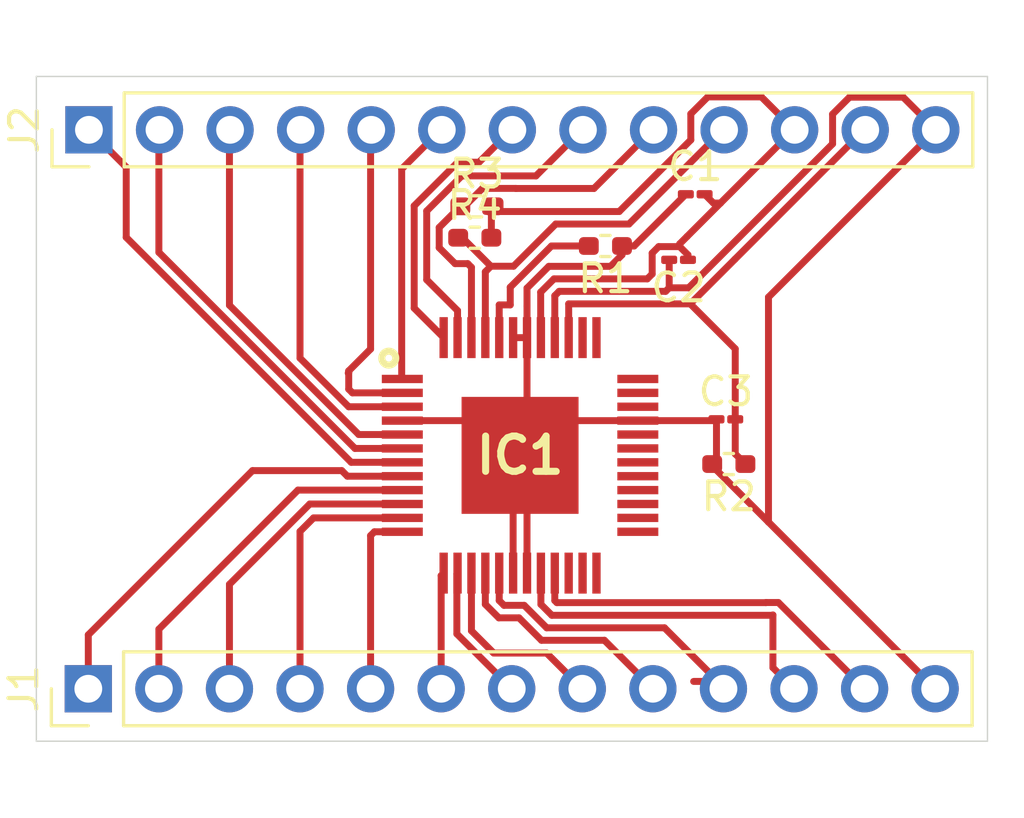
<source format=kicad_pcb>
(kicad_pcb (version 20171130) (host pcbnew 5.1.7-a382d34a88~90~ubuntu20.04.1)

  (general
    (thickness 1.6)
    (drawings 5)
    (tracks 189)
    (zones 0)
    (modules 10)
    (nets 43)
  )

  (page A4)
  (layers
    (0 F.Cu signal)
    (31 B.Cu signal)
    (32 B.Adhes user)
    (33 F.Adhes user)
    (34 B.Paste user)
    (35 F.Paste user)
    (36 B.SilkS user)
    (37 F.SilkS user)
    (38 B.Mask user)
    (39 F.Mask user)
    (40 Dwgs.User user)
    (41 Cmts.User user)
    (42 Eco1.User user)
    (43 Eco2.User user)
    (44 Edge.Cuts user)
    (45 Margin user)
    (46 B.CrtYd user)
    (47 F.CrtYd user)
    (48 B.Fab user)
    (49 F.Fab user)
  )

  (setup
    (last_trace_width 0.25)
    (user_trace_width 1)
    (trace_clearance 0.2)
    (zone_clearance 0.508)
    (zone_45_only no)
    (trace_min 0.2)
    (via_size 0.8)
    (via_drill 0.4)
    (via_min_size 0.4)
    (via_min_drill 0.3)
    (uvia_size 0.3)
    (uvia_drill 0.1)
    (uvias_allowed no)
    (uvia_min_size 0.2)
    (uvia_min_drill 0.1)
    (edge_width 0.05)
    (segment_width 0.2)
    (pcb_text_width 0.3)
    (pcb_text_size 1.5 1.5)
    (mod_edge_width 0.12)
    (mod_text_size 1 1)
    (mod_text_width 0.15)
    (pad_size 1.524 1.524)
    (pad_drill 0.762)
    (pad_to_mask_clearance 0)
    (aux_axis_origin 0 0)
    (visible_elements FFFFFF7F)
    (pcbplotparams
      (layerselection 0x010fc_ffffffff)
      (usegerberextensions false)
      (usegerberattributes true)
      (usegerberadvancedattributes true)
      (creategerberjobfile true)
      (excludeedgelayer true)
      (linewidth 0.100000)
      (plotframeref false)
      (viasonmask false)
      (mode 1)
      (useauxorigin false)
      (hpglpennumber 1)
      (hpglpenspeed 20)
      (hpglpendiameter 15.000000)
      (psnegative false)
      (psa4output false)
      (plotreference true)
      (plotvalue true)
      (plotinvisibletext false)
      (padsonsilk false)
      (subtractmaskfromsilk false)
      (outputformat 1)
      (mirror false)
      (drillshape 1)
      (scaleselection 1)
      (outputdirectory ""))
  )

  (net 0 "")
  (net 1 /VCC)
  (net 2 /OUT20)
  (net 3 /OUT19)
  (net 4 /OUT18)
  (net 5 /OUT17)
  (net 6 /OUT16)
  (net 7 /OUT15)
  (net 8 /OUT14)
  (net 9 /OUT13)
  (net 10 /OUT12)
  (net 11 /OUT11)
  (net 12 /OUT10)
  (net 13 /OUT9)
  (net 14 /OUT8)
  (net 15 /OUT7)
  (net 16 /OUT6)
  (net 17 /OUT5)
  (net 18 /OUT4)
  (net 19 /OUT3)
  (net 20 /OUT2)
  (net 21 /OUT1)
  (net 22 "Net-(IC1-Pad44)")
  (net 23 "Net-(IC1-Pad38)")
  (net 24 "Net-(IC1-Pad37)")
  (net 25 "Net-(IC1-Pad36)")
  (net 26 "Net-(IC1-Pad35)")
  (net 27 "Net-(IC1-Pad34)")
  (net 28 "Net-(IC1-Pad32)")
  (net 29 "Net-(IC1-Pad31)")
  (net 30 "Net-(IC1-Pad30)")
  (net 31 "Net-(IC1-Pad29)")
  (net 32 "Net-(IC1-Pad28)")
  (net 33 "Net-(IC1-Pad27)")
  (net 34 "Net-(IC1-Pad26)")
  (net 35 "Net-(IC1-Pad25)")
  (net 36 "Net-(IC1-Pad24)")
  (net 37 "Net-(IC1-Pad23)")
  (net 38 "Net-(IC1-Pad22)")
  (net 39 GND)
  (net 40 "Net-(C3-Pad2)")
  (net 41 /SCL)
  (net 42 /SDA)

  (net_class Default "This is the default net class."
    (clearance 0.2)
    (trace_width 0.25)
    (via_dia 0.8)
    (via_drill 0.4)
    (uvia_dia 0.3)
    (uvia_drill 0.1)
    (add_net /OUT1)
    (add_net /OUT10)
    (add_net /OUT11)
    (add_net /OUT12)
    (add_net /OUT13)
    (add_net /OUT14)
    (add_net /OUT15)
    (add_net /OUT16)
    (add_net /OUT17)
    (add_net /OUT18)
    (add_net /OUT19)
    (add_net /OUT2)
    (add_net /OUT20)
    (add_net /OUT3)
    (add_net /OUT4)
    (add_net /OUT5)
    (add_net /OUT6)
    (add_net /OUT7)
    (add_net /OUT8)
    (add_net /OUT9)
    (add_net /SCL)
    (add_net /SDA)
    (add_net /VCC)
    (add_net GND)
    (add_net "Net-(C3-Pad2)")
    (add_net "Net-(IC1-Pad22)")
    (add_net "Net-(IC1-Pad23)")
    (add_net "Net-(IC1-Pad24)")
    (add_net "Net-(IC1-Pad25)")
    (add_net "Net-(IC1-Pad26)")
    (add_net "Net-(IC1-Pad27)")
    (add_net "Net-(IC1-Pad28)")
    (add_net "Net-(IC1-Pad29)")
    (add_net "Net-(IC1-Pad30)")
    (add_net "Net-(IC1-Pad31)")
    (add_net "Net-(IC1-Pad32)")
    (add_net "Net-(IC1-Pad34)")
    (add_net "Net-(IC1-Pad35)")
    (add_net "Net-(IC1-Pad36)")
    (add_net "Net-(IC1-Pad37)")
    (add_net "Net-(IC1-Pad38)")
    (add_net "Net-(IC1-Pad44)")
  )

  (module Connector_PinHeader_2.54mm:PinHeader_1x13_P2.54mm_Vertical (layer F.Cu) (tedit 59FED5CC) (tstamp 6222E5A2)
    (at 140.37564 59.4487 90)
    (descr "Through hole straight pin header, 1x13, 2.54mm pitch, single row")
    (tags "Through hole pin header THT 1x13 2.54mm single row")
    (path /622DFA59)
    (fp_text reference J1 (at 0 -2.33 90) (layer F.SilkS)
      (effects (font (size 1 1) (thickness 0.15)))
    )
    (fp_text value Conn_01x13 (at 0 32.81 90) (layer F.Fab)
      (effects (font (size 1 1) (thickness 0.15)))
    )
    (fp_line (start -0.635 -1.27) (end 1.27 -1.27) (layer F.Fab) (width 0.1))
    (fp_line (start 1.27 -1.27) (end 1.27 31.75) (layer F.Fab) (width 0.1))
    (fp_line (start 1.27 31.75) (end -1.27 31.75) (layer F.Fab) (width 0.1))
    (fp_line (start -1.27 31.75) (end -1.27 -0.635) (layer F.Fab) (width 0.1))
    (fp_line (start -1.27 -0.635) (end -0.635 -1.27) (layer F.Fab) (width 0.1))
    (fp_line (start -1.33 31.81) (end 1.33 31.81) (layer F.SilkS) (width 0.12))
    (fp_line (start -1.33 1.27) (end -1.33 31.81) (layer F.SilkS) (width 0.12))
    (fp_line (start 1.33 1.27) (end 1.33 31.81) (layer F.SilkS) (width 0.12))
    (fp_line (start -1.33 1.27) (end 1.33 1.27) (layer F.SilkS) (width 0.12))
    (fp_line (start -1.33 0) (end -1.33 -1.33) (layer F.SilkS) (width 0.12))
    (fp_line (start -1.33 -1.33) (end 0 -1.33) (layer F.SilkS) (width 0.12))
    (fp_line (start -1.8 -1.8) (end -1.8 32.25) (layer F.CrtYd) (width 0.05))
    (fp_line (start -1.8 32.25) (end 1.8 32.25) (layer F.CrtYd) (width 0.05))
    (fp_line (start 1.8 32.25) (end 1.8 -1.8) (layer F.CrtYd) (width 0.05))
    (fp_line (start 1.8 -1.8) (end -1.8 -1.8) (layer F.CrtYd) (width 0.05))
    (fp_text user %R (at 0 15.24) (layer F.Fab)
      (effects (font (size 1 1) (thickness 0.15)))
    )
    (pad 13 thru_hole oval (at 0 30.48 90) (size 1.7 1.7) (drill 1) (layers *.Cu *.Mask)
      (net 39 GND))
    (pad 12 thru_hole oval (at 0 27.94 90) (size 1.7 1.7) (drill 1) (layers *.Cu *.Mask)
      (net 2 /OUT20))
    (pad 11 thru_hole oval (at 0 25.4 90) (size 1.7 1.7) (drill 1) (layers *.Cu *.Mask)
      (net 3 /OUT19))
    (pad 10 thru_hole oval (at 0 22.86 90) (size 1.7 1.7) (drill 1) (layers *.Cu *.Mask)
      (net 4 /OUT18))
    (pad 9 thru_hole oval (at 0 20.32 90) (size 1.7 1.7) (drill 1) (layers *.Cu *.Mask)
      (net 5 /OUT17))
    (pad 8 thru_hole oval (at 0 17.78 90) (size 1.7 1.7) (drill 1) (layers *.Cu *.Mask)
      (net 6 /OUT16))
    (pad 7 thru_hole oval (at 0 15.24 90) (size 1.7 1.7) (drill 1) (layers *.Cu *.Mask)
      (net 7 /OUT15))
    (pad 6 thru_hole oval (at 0 12.7 90) (size 1.7 1.7) (drill 1) (layers *.Cu *.Mask)
      (net 8 /OUT14))
    (pad 5 thru_hole oval (at 0 10.16 90) (size 1.7 1.7) (drill 1) (layers *.Cu *.Mask)
      (net 9 /OUT13))
    (pad 4 thru_hole oval (at 0 7.62 90) (size 1.7 1.7) (drill 1) (layers *.Cu *.Mask)
      (net 10 /OUT12))
    (pad 3 thru_hole oval (at 0 5.08 90) (size 1.7 1.7) (drill 1) (layers *.Cu *.Mask)
      (net 11 /OUT11))
    (pad 2 thru_hole oval (at 0 2.54 90) (size 1.7 1.7) (drill 1) (layers *.Cu *.Mask)
      (net 12 /OUT10))
    (pad 1 thru_hole rect (at 0 0 90) (size 1.7 1.7) (drill 1) (layers *.Cu *.Mask)
      (net 13 /OUT9))
    (model ${KISYS3DMOD}/Connector_PinHeader_2.54mm.3dshapes/PinHeader_1x13_P2.54mm_Vertical.wrl
      (at (xyz 0 0 0))
      (scale (xyz 1 1 1))
      (rotate (xyz 0 0 0))
    )
  )

  (module Connector_PinHeader_2.54mm:PinHeader_1x13_P2.54mm_Vertical (layer F.Cu) (tedit 59FED5CC) (tstamp 6222E5C3)
    (at 140.3985 39.3319 90)
    (descr "Through hole straight pin header, 1x13, 2.54mm pitch, single row")
    (tags "Through hole pin header THT 1x13 2.54mm single row")
    (path /622DD650)
    (fp_text reference J2 (at 0 -2.33 90) (layer F.SilkS)
      (effects (font (size 1 1) (thickness 0.15)))
    )
    (fp_text value Conn_01x13 (at 0 32.81 90) (layer F.Fab)
      (effects (font (size 1 1) (thickness 0.15)))
    )
    (fp_line (start -0.635 -1.27) (end 1.27 -1.27) (layer F.Fab) (width 0.1))
    (fp_line (start 1.27 -1.27) (end 1.27 31.75) (layer F.Fab) (width 0.1))
    (fp_line (start 1.27 31.75) (end -1.27 31.75) (layer F.Fab) (width 0.1))
    (fp_line (start -1.27 31.75) (end -1.27 -0.635) (layer F.Fab) (width 0.1))
    (fp_line (start -1.27 -0.635) (end -0.635 -1.27) (layer F.Fab) (width 0.1))
    (fp_line (start -1.33 31.81) (end 1.33 31.81) (layer F.SilkS) (width 0.12))
    (fp_line (start -1.33 1.27) (end -1.33 31.81) (layer F.SilkS) (width 0.12))
    (fp_line (start 1.33 1.27) (end 1.33 31.81) (layer F.SilkS) (width 0.12))
    (fp_line (start -1.33 1.27) (end 1.33 1.27) (layer F.SilkS) (width 0.12))
    (fp_line (start -1.33 0) (end -1.33 -1.33) (layer F.SilkS) (width 0.12))
    (fp_line (start -1.33 -1.33) (end 0 -1.33) (layer F.SilkS) (width 0.12))
    (fp_line (start -1.8 -1.8) (end -1.8 32.25) (layer F.CrtYd) (width 0.05))
    (fp_line (start -1.8 32.25) (end 1.8 32.25) (layer F.CrtYd) (width 0.05))
    (fp_line (start 1.8 32.25) (end 1.8 -1.8) (layer F.CrtYd) (width 0.05))
    (fp_line (start 1.8 -1.8) (end -1.8 -1.8) (layer F.CrtYd) (width 0.05))
    (fp_text user %R (at 0 15.24) (layer F.Fab)
      (effects (font (size 1 1) (thickness 0.15)))
    )
    (pad 13 thru_hole oval (at 0 30.48 90) (size 1.7 1.7) (drill 1) (layers *.Cu *.Mask)
      (net 39 GND))
    (pad 12 thru_hole oval (at 0 27.94 90) (size 1.7 1.7) (drill 1) (layers *.Cu *.Mask)
      (net 40 "Net-(C3-Pad2)"))
    (pad 11 thru_hole oval (at 0 25.4 90) (size 1.7 1.7) (drill 1) (layers *.Cu *.Mask)
      (net 1 /VCC))
    (pad 10 thru_hole oval (at 0 22.86 90) (size 1.7 1.7) (drill 1) (layers *.Cu *.Mask)
      (net 42 /SDA))
    (pad 9 thru_hole oval (at 0 20.32 90) (size 1.7 1.7) (drill 1) (layers *.Cu *.Mask)
      (net 41 /SCL))
    (pad 8 thru_hole oval (at 0 17.78 90) (size 1.7 1.7) (drill 1) (layers *.Cu *.Mask)
      (net 21 /OUT1))
    (pad 7 thru_hole oval (at 0 15.24 90) (size 1.7 1.7) (drill 1) (layers *.Cu *.Mask)
      (net 20 /OUT2))
    (pad 6 thru_hole oval (at 0 12.7 90) (size 1.7 1.7) (drill 1) (layers *.Cu *.Mask)
      (net 19 /OUT3))
    (pad 5 thru_hole oval (at 0 10.16 90) (size 1.7 1.7) (drill 1) (layers *.Cu *.Mask)
      (net 18 /OUT4))
    (pad 4 thru_hole oval (at 0 7.62 90) (size 1.7 1.7) (drill 1) (layers *.Cu *.Mask)
      (net 17 /OUT5))
    (pad 3 thru_hole oval (at 0 5.08 90) (size 1.7 1.7) (drill 1) (layers *.Cu *.Mask)
      (net 16 /OUT6))
    (pad 2 thru_hole oval (at 0 2.54 90) (size 1.7 1.7) (drill 1) (layers *.Cu *.Mask)
      (net 15 /OUT7))
    (pad 1 thru_hole rect (at 0 0 90) (size 1.7 1.7) (drill 1) (layers *.Cu *.Mask)
      (net 14 /OUT8))
    (model ${KISYS3DMOD}/Connector_PinHeader_2.54mm.3dshapes/PinHeader_1x13_P2.54mm_Vertical.wrl
      (at (xyz 0 0 0))
      (scale (xyz 1 1 1))
      (rotate (xyz 0 0 0))
    )
  )

  (module Resistor_SMD:R_0402_1005Metric_Pad0.72x0.64mm_HandSolder (layer F.Cu) (tedit 5F6BB9E0) (tstamp 6222D035)
    (at 154.28528 43.21556)
    (descr "Resistor SMD 0402 (1005 Metric), square (rectangular) end terminal, IPC_7351 nominal with elongated pad for handsoldering. (Body size source: IPC-SM-782 page 72, https://www.pcb-3d.com/wordpress/wp-content/uploads/ipc-sm-782a_amendment_1_and_2.pdf), generated with kicad-footprint-generator")
    (tags "resistor handsolder")
    (path /622C50A1)
    (attr smd)
    (fp_text reference R4 (at 0 -1.17) (layer F.SilkS)
      (effects (font (size 1 1) (thickness 0.15)))
    )
    (fp_text value R_Small_US (at 0 1.17) (layer F.Fab)
      (effects (font (size 1 1) (thickness 0.15)))
    )
    (fp_line (start 1.1 0.47) (end -1.1 0.47) (layer F.CrtYd) (width 0.05))
    (fp_line (start 1.1 -0.47) (end 1.1 0.47) (layer F.CrtYd) (width 0.05))
    (fp_line (start -1.1 -0.47) (end 1.1 -0.47) (layer F.CrtYd) (width 0.05))
    (fp_line (start -1.1 0.47) (end -1.1 -0.47) (layer F.CrtYd) (width 0.05))
    (fp_line (start -0.167621 0.38) (end 0.167621 0.38) (layer F.SilkS) (width 0.12))
    (fp_line (start -0.167621 -0.38) (end 0.167621 -0.38) (layer F.SilkS) (width 0.12))
    (fp_line (start 0.525 0.27) (end -0.525 0.27) (layer F.Fab) (width 0.1))
    (fp_line (start 0.525 -0.27) (end 0.525 0.27) (layer F.Fab) (width 0.1))
    (fp_line (start -0.525 -0.27) (end 0.525 -0.27) (layer F.Fab) (width 0.1))
    (fp_line (start -0.525 0.27) (end -0.525 -0.27) (layer F.Fab) (width 0.1))
    (fp_text user %R (at 0 0) (layer F.Fab)
      (effects (font (size 0.26 0.26) (thickness 0.04)))
    )
    (pad 1 smd roundrect (at -0.5975 0) (size 0.715 0.64) (layers F.Cu F.Paste F.Mask) (roundrect_rratio 0.25)
      (net 42 /SDA))
    (pad 2 smd roundrect (at 0.5975 0) (size 0.715 0.64) (layers F.Cu F.Paste F.Mask) (roundrect_rratio 0.25)
      (net 1 /VCC))
    (model ${KISYS3DMOD}/Resistor_SMD.3dshapes/R_0402_1005Metric.wrl
      (at (xyz 0 0 0))
      (scale (xyz 1 1 1))
      (rotate (xyz 0 0 0))
    )
  )

  (module Resistor_SMD:R_0402_1005Metric_Pad0.72x0.64mm_HandSolder (layer F.Cu) (tedit 5F6BB9E0) (tstamp 6222D024)
    (at 154.36342 42.08526)
    (descr "Resistor SMD 0402 (1005 Metric), square (rectangular) end terminal, IPC_7351 nominal with elongated pad for handsoldering. (Body size source: IPC-SM-782 page 72, https://www.pcb-3d.com/wordpress/wp-content/uploads/ipc-sm-782a_amendment_1_and_2.pdf), generated with kicad-footprint-generator")
    (tags "resistor handsolder")
    (path /622C3C80)
    (attr smd)
    (fp_text reference R3 (at 0 -1.17) (layer F.SilkS)
      (effects (font (size 1 1) (thickness 0.15)))
    )
    (fp_text value R_Small_US (at 0 1.17) (layer F.Fab)
      (effects (font (size 1 1) (thickness 0.15)))
    )
    (fp_line (start 1.1 0.47) (end -1.1 0.47) (layer F.CrtYd) (width 0.05))
    (fp_line (start 1.1 -0.47) (end 1.1 0.47) (layer F.CrtYd) (width 0.05))
    (fp_line (start -1.1 -0.47) (end 1.1 -0.47) (layer F.CrtYd) (width 0.05))
    (fp_line (start -1.1 0.47) (end -1.1 -0.47) (layer F.CrtYd) (width 0.05))
    (fp_line (start -0.167621 0.38) (end 0.167621 0.38) (layer F.SilkS) (width 0.12))
    (fp_line (start -0.167621 -0.38) (end 0.167621 -0.38) (layer F.SilkS) (width 0.12))
    (fp_line (start 0.525 0.27) (end -0.525 0.27) (layer F.Fab) (width 0.1))
    (fp_line (start 0.525 -0.27) (end 0.525 0.27) (layer F.Fab) (width 0.1))
    (fp_line (start -0.525 -0.27) (end 0.525 -0.27) (layer F.Fab) (width 0.1))
    (fp_line (start -0.525 0.27) (end -0.525 -0.27) (layer F.Fab) (width 0.1))
    (fp_text user %R (at 0 0) (layer F.Fab)
      (effects (font (size 0.26 0.26) (thickness 0.04)))
    )
    (pad 1 smd roundrect (at -0.5975 0) (size 0.715 0.64) (layers F.Cu F.Paste F.Mask) (roundrect_rratio 0.25)
      (net 41 /SCL))
    (pad 2 smd roundrect (at 0.5975 0) (size 0.715 0.64) (layers F.Cu F.Paste F.Mask) (roundrect_rratio 0.25)
      (net 1 /VCC))
    (model ${KISYS3DMOD}/Resistor_SMD.3dshapes/R_0402_1005Metric.wrl
      (at (xyz 0 0 0))
      (scale (xyz 1 1 1))
      (rotate (xyz 0 0 0))
    )
  )

  (module Resistor_SMD:R_0402_1005Metric_Pad0.72x0.64mm_HandSolder (layer F.Cu) (tedit 5F6BB9E0) (tstamp 6222B79D)
    (at 163.42808 51.36134 180)
    (descr "Resistor SMD 0402 (1005 Metric), square (rectangular) end terminal, IPC_7351 nominal with elongated pad for handsoldering. (Body size source: IPC-SM-782 page 72, https://www.pcb-3d.com/wordpress/wp-content/uploads/ipc-sm-782a_amendment_1_and_2.pdf), generated with kicad-footprint-generator")
    (tags "resistor handsolder")
    (path /622AA739)
    (attr smd)
    (fp_text reference R2 (at 0 -1.17) (layer F.SilkS)
      (effects (font (size 1 1) (thickness 0.15)))
    )
    (fp_text value R_Small_US (at 0 1.17) (layer F.Fab)
      (effects (font (size 1 1) (thickness 0.15)))
    )
    (fp_line (start -0.525 0.27) (end -0.525 -0.27) (layer F.Fab) (width 0.1))
    (fp_line (start -0.525 -0.27) (end 0.525 -0.27) (layer F.Fab) (width 0.1))
    (fp_line (start 0.525 -0.27) (end 0.525 0.27) (layer F.Fab) (width 0.1))
    (fp_line (start 0.525 0.27) (end -0.525 0.27) (layer F.Fab) (width 0.1))
    (fp_line (start -0.167621 -0.38) (end 0.167621 -0.38) (layer F.SilkS) (width 0.12))
    (fp_line (start -0.167621 0.38) (end 0.167621 0.38) (layer F.SilkS) (width 0.12))
    (fp_line (start -1.1 0.47) (end -1.1 -0.47) (layer F.CrtYd) (width 0.05))
    (fp_line (start -1.1 -0.47) (end 1.1 -0.47) (layer F.CrtYd) (width 0.05))
    (fp_line (start 1.1 -0.47) (end 1.1 0.47) (layer F.CrtYd) (width 0.05))
    (fp_line (start 1.1 0.47) (end -1.1 0.47) (layer F.CrtYd) (width 0.05))
    (fp_text user %R (at 0 0) (layer F.Fab)
      (effects (font (size 0.26 0.26) (thickness 0.04)))
    )
    (pad 2 smd roundrect (at 0.5975 0 180) (size 0.715 0.64) (layers F.Cu F.Paste F.Mask) (roundrect_rratio 0.25)
      (net 39 GND))
    (pad 1 smd roundrect (at -0.5975 0 180) (size 0.715 0.64) (layers F.Cu F.Paste F.Mask) (roundrect_rratio 0.25)
      (net 40 "Net-(C3-Pad2)"))
    (model ${KISYS3DMOD}/Resistor_SMD.3dshapes/R_0402_1005Metric.wrl
      (at (xyz 0 0 0))
      (scale (xyz 1 1 1))
      (rotate (xyz 0 0 0))
    )
  )

  (module Capacitor_SMD:C_01005_0402Metric_Pad0.57x0.30mm_HandSolder (layer F.Cu) (tedit 5F6BBCCE) (tstamp 6222B6B0)
    (at 163.32232 49.75098)
    (descr "Capacitor SMD 01005 (0402 Metric), square (rectangular) end terminal, IPC_7351 nominal with elongated pad for handsoldering. (Body size source: http://www.vishay.com/docs/20056/crcw01005e3.pdf), generated with kicad-footprint-generator")
    (tags "capacitor handsolder")
    (path /622A975F)
    (attr smd)
    (fp_text reference C3 (at 0 -1) (layer F.SilkS)
      (effects (font (size 1 1) (thickness 0.15)))
    )
    (fp_text value C_Small (at 0 1) (layer F.Fab)
      (effects (font (size 1 1) (thickness 0.15)))
    )
    (fp_line (start -0.2 0.1) (end -0.2 -0.1) (layer F.Fab) (width 0.1))
    (fp_line (start -0.2 -0.1) (end 0.2 -0.1) (layer F.Fab) (width 0.1))
    (fp_line (start 0.2 -0.1) (end 0.2 0.1) (layer F.Fab) (width 0.1))
    (fp_line (start 0.2 0.1) (end -0.2 0.1) (layer F.Fab) (width 0.1))
    (fp_line (start -0.78 0.3) (end -0.78 -0.3) (layer F.CrtYd) (width 0.05))
    (fp_line (start -0.78 -0.3) (end 0.78 -0.3) (layer F.CrtYd) (width 0.05))
    (fp_line (start 0.78 -0.3) (end 0.78 0.3) (layer F.CrtYd) (width 0.05))
    (fp_line (start 0.78 0.3) (end -0.78 0.3) (layer F.CrtYd) (width 0.05))
    (fp_text user %R (at 0 -0.62) (layer F.Fab)
      (effects (font (size 0.25 0.25) (thickness 0.04)))
    )
    (pad 2 smd roundrect (at 0.3375 0) (size 0.575 0.3) (layers F.Cu F.Mask) (roundrect_rratio 0.25)
      (net 40 "Net-(C3-Pad2)"))
    (pad 1 smd roundrect (at -0.3375 0) (size 0.575 0.3) (layers F.Cu F.Mask) (roundrect_rratio 0.25)
      (net 39 GND))
    (pad "" smd roundrect (at 0.3625 0) (size 0.41 0.27) (layers F.Paste) (roundrect_rratio 0.25))
    (pad "" smd roundrect (at -0.3625 0) (size 0.41 0.27) (layers F.Paste) (roundrect_rratio 0.25))
    (model ${KISYS3DMOD}/Capacitor_SMD.3dshapes/C_01005_0402Metric.wrl
      (at (xyz 0 0 0))
      (scale (xyz 1 1 1))
      (rotate (xyz 0 0 0))
    )
  )

  (module Capacitor_SMD:C_01005_0402Metric_Pad0.57x0.30mm_HandSolder (layer F.Cu) (tedit 5F6BBCCE) (tstamp 6222B69F)
    (at 161.62052 44.01058 180)
    (descr "Capacitor SMD 01005 (0402 Metric), square (rectangular) end terminal, IPC_7351 nominal with elongated pad for handsoldering. (Body size source: http://www.vishay.com/docs/20056/crcw01005e3.pdf), generated with kicad-footprint-generator")
    (tags "capacitor handsolder")
    (path /622A29AC)
    (attr smd)
    (fp_text reference C2 (at 0 -1) (layer F.SilkS)
      (effects (font (size 1 1) (thickness 0.15)))
    )
    (fp_text value C_Small (at 0 1) (layer F.Fab)
      (effects (font (size 1 1) (thickness 0.15)))
    )
    (fp_line (start -0.2 0.1) (end -0.2 -0.1) (layer F.Fab) (width 0.1))
    (fp_line (start -0.2 -0.1) (end 0.2 -0.1) (layer F.Fab) (width 0.1))
    (fp_line (start 0.2 -0.1) (end 0.2 0.1) (layer F.Fab) (width 0.1))
    (fp_line (start 0.2 0.1) (end -0.2 0.1) (layer F.Fab) (width 0.1))
    (fp_line (start -0.78 0.3) (end -0.78 -0.3) (layer F.CrtYd) (width 0.05))
    (fp_line (start -0.78 -0.3) (end 0.78 -0.3) (layer F.CrtYd) (width 0.05))
    (fp_line (start 0.78 -0.3) (end 0.78 0.3) (layer F.CrtYd) (width 0.05))
    (fp_line (start 0.78 0.3) (end -0.78 0.3) (layer F.CrtYd) (width 0.05))
    (fp_text user %R (at 0 -0.62) (layer F.Fab)
      (effects (font (size 0.25 0.25) (thickness 0.04)))
    )
    (pad 2 smd roundrect (at 0.3375 0 180) (size 0.575 0.3) (layers F.Cu F.Mask) (roundrect_rratio 0.25)
      (net 39 GND))
    (pad 1 smd roundrect (at -0.3375 0 180) (size 0.575 0.3) (layers F.Cu F.Mask) (roundrect_rratio 0.25)
      (net 1 /VCC))
    (pad "" smd roundrect (at 0.3625 0 180) (size 0.41 0.27) (layers F.Paste) (roundrect_rratio 0.25))
    (pad "" smd roundrect (at -0.3625 0 180) (size 0.41 0.27) (layers F.Paste) (roundrect_rratio 0.25))
    (model ${KISYS3DMOD}/Capacitor_SMD.3dshapes/C_01005_0402Metric.wrl
      (at (xyz 0 0 0))
      (scale (xyz 1 1 1))
      (rotate (xyz 0 0 0))
    )
  )

  (module Capacitor_SMD:C_01005_0402Metric_Pad0.57x0.30mm_HandSolder (layer F.Cu) (tedit 5F6BBCCE) (tstamp 6222B68E)
    (at 162.21964 41.65092)
    (descr "Capacitor SMD 01005 (0402 Metric), square (rectangular) end terminal, IPC_7351 nominal with elongated pad for handsoldering. (Body size source: http://www.vishay.com/docs/20056/crcw01005e3.pdf), generated with kicad-footprint-generator")
    (tags "capacitor handsolder")
    (path /622A6EB8)
    (attr smd)
    (fp_text reference C1 (at 0 -1) (layer F.SilkS)
      (effects (font (size 1 1) (thickness 0.15)))
    )
    (fp_text value C_Small (at 0 1) (layer F.Fab)
      (effects (font (size 1 1) (thickness 0.15)))
    )
    (fp_line (start -0.2 0.1) (end -0.2 -0.1) (layer F.Fab) (width 0.1))
    (fp_line (start -0.2 -0.1) (end 0.2 -0.1) (layer F.Fab) (width 0.1))
    (fp_line (start 0.2 -0.1) (end 0.2 0.1) (layer F.Fab) (width 0.1))
    (fp_line (start 0.2 0.1) (end -0.2 0.1) (layer F.Fab) (width 0.1))
    (fp_line (start -0.78 0.3) (end -0.78 -0.3) (layer F.CrtYd) (width 0.05))
    (fp_line (start -0.78 -0.3) (end 0.78 -0.3) (layer F.CrtYd) (width 0.05))
    (fp_line (start 0.78 -0.3) (end 0.78 0.3) (layer F.CrtYd) (width 0.05))
    (fp_line (start 0.78 0.3) (end -0.78 0.3) (layer F.CrtYd) (width 0.05))
    (fp_text user %R (at 0 -0.62) (layer F.Fab)
      (effects (font (size 0.25 0.25) (thickness 0.04)))
    )
    (pad 2 smd roundrect (at 0.3375 0) (size 0.575 0.3) (layers F.Cu F.Mask) (roundrect_rratio 0.25)
      (net 1 /VCC))
    (pad 1 smd roundrect (at -0.3375 0) (size 0.575 0.3) (layers F.Cu F.Mask) (roundrect_rratio 0.25)
      (net 39 GND))
    (pad "" smd roundrect (at 0.3625 0) (size 0.41 0.27) (layers F.Paste) (roundrect_rratio 0.25))
    (pad "" smd roundrect (at -0.3625 0) (size 0.41 0.27) (layers F.Paste) (roundrect_rratio 0.25))
    (model ${KISYS3DMOD}/Capacitor_SMD.3dshapes/C_01005_0402Metric.wrl
      (at (xyz 0 0 0))
      (scale (xyz 1 1 1))
      (rotate (xyz 0 0 0))
    )
  )

  (module IS32FL3237-TQLA3:QFP50P900X900X120-49N (layer F.Cu) (tedit 62224732) (tstamp 6222B2C8)
    (at 155.91536 51.04892)
    (descr eTQFP-48)
    (tags "Integrated Circuit")
    (path /6222682B)
    (attr smd)
    (fp_text reference IC1 (at 0 0) (layer F.SilkS)
      (effects (font (size 1.27 1.27) (thickness 0.254)))
    )
    (fp_text value IS32FL3237-TQLA3 (at 0 0) (layer F.SilkS) hide
      (effects (font (size 1.27 1.27) (thickness 0.254)))
    )
    (fp_circle (center -4.725 -3.5) (end -4.85 -3.5) (layer F.SilkS) (width 0.254))
    (fp_line (start -3.5 -3) (end -3 -3.5) (layer Dwgs.User) (width 0.1))
    (fp_line (start -3.5 3.5) (end -3.5 -3.5) (layer Dwgs.User) (width 0.1))
    (fp_line (start 3.5 3.5) (end -3.5 3.5) (layer Dwgs.User) (width 0.1))
    (fp_line (start 3.5 -3.5) (end 3.5 3.5) (layer Dwgs.User) (width 0.1))
    (fp_line (start -3.5 -3.5) (end 3.5 -3.5) (layer Dwgs.User) (width 0.1))
    (fp_line (start -5.225 5.225) (end -5.225 -5.225) (layer Dwgs.User) (width 0.05))
    (fp_line (start 5.225 5.225) (end -5.225 5.225) (layer Dwgs.User) (width 0.05))
    (fp_line (start 5.225 -5.225) (end 5.225 5.225) (layer Dwgs.User) (width 0.05))
    (fp_line (start -5.225 -5.225) (end 5.225 -5.225) (layer Dwgs.User) (width 0.05))
    (pad 49 smd rect (at 0 0) (size 4.21 4.21) (layers F.Cu F.Paste F.Mask)
      (net 39 GND))
    (pad 48 smd rect (at -2.75 -4.238) (size 0.3 1.475) (layers F.Cu F.Paste F.Mask)
      (net 20 /OUT2))
    (pad 47 smd rect (at -2.25 -4.238) (size 0.3 1.475) (layers F.Cu F.Paste F.Mask)
      (net 21 /OUT1))
    (pad 46 smd rect (at -1.75 -4.238) (size 0.3 1.475) (layers F.Cu F.Paste F.Mask)
      (net 41 /SCL))
    (pad 45 smd rect (at -1.25 -4.238) (size 0.3 1.475) (layers F.Cu F.Paste F.Mask)
      (net 42 /SDA))
    (pad 44 smd rect (at -0.75 -4.238) (size 0.3 1.475) (layers F.Cu F.Paste F.Mask)
      (net 22 "Net-(IC1-Pad44)"))
    (pad 43 smd rect (at -0.25 -4.238) (size 0.3 1.475) (layers F.Cu F.Paste F.Mask)
      (net 39 GND))
    (pad 42 smd rect (at 0.25 -4.238) (size 0.3 1.475) (layers F.Cu F.Paste F.Mask)
      (net 39 GND))
    (pad 41 smd rect (at 0.75 -4.238) (size 0.3 1.475) (layers F.Cu F.Paste F.Mask)
      (net 1 /VCC))
    (pad 40 smd rect (at 1.25 -4.238) (size 0.3 1.475) (layers F.Cu F.Paste F.Mask)
      (net 39 GND))
    (pad 39 smd rect (at 1.75 -4.238) (size 0.3 1.475) (layers F.Cu F.Paste F.Mask)
      (net 40 "Net-(C3-Pad2)"))
    (pad 38 smd rect (at 2.25 -4.238) (size 0.3 1.475) (layers F.Cu F.Paste F.Mask)
      (net 23 "Net-(IC1-Pad38)"))
    (pad 37 smd rect (at 2.75 -4.238) (size 0.3 1.475) (layers F.Cu F.Paste F.Mask)
      (net 24 "Net-(IC1-Pad37)"))
    (pad 36 smd rect (at 4.238 -2.75 90) (size 0.3 1.475) (layers F.Cu F.Paste F.Mask)
      (net 25 "Net-(IC1-Pad36)"))
    (pad 35 smd rect (at 4.238 -2.25 90) (size 0.3 1.475) (layers F.Cu F.Paste F.Mask)
      (net 26 "Net-(IC1-Pad35)"))
    (pad 34 smd rect (at 4.238 -1.75 90) (size 0.3 1.475) (layers F.Cu F.Paste F.Mask)
      (net 27 "Net-(IC1-Pad34)"))
    (pad 33 smd rect (at 4.238 -1.25 90) (size 0.3 1.475) (layers F.Cu F.Paste F.Mask)
      (net 39 GND))
    (pad 32 smd rect (at 4.238 -0.75 90) (size 0.3 1.475) (layers F.Cu F.Paste F.Mask)
      (net 28 "Net-(IC1-Pad32)"))
    (pad 31 smd rect (at 4.238 -0.25 90) (size 0.3 1.475) (layers F.Cu F.Paste F.Mask)
      (net 29 "Net-(IC1-Pad31)"))
    (pad 30 smd rect (at 4.238 0.25 90) (size 0.3 1.475) (layers F.Cu F.Paste F.Mask)
      (net 30 "Net-(IC1-Pad30)"))
    (pad 29 smd rect (at 4.238 0.75 90) (size 0.3 1.475) (layers F.Cu F.Paste F.Mask)
      (net 31 "Net-(IC1-Pad29)"))
    (pad 28 smd rect (at 4.238 1.25 90) (size 0.3 1.475) (layers F.Cu F.Paste F.Mask)
      (net 32 "Net-(IC1-Pad28)"))
    (pad 27 smd rect (at 4.238 1.75 90) (size 0.3 1.475) (layers F.Cu F.Paste F.Mask)
      (net 33 "Net-(IC1-Pad27)"))
    (pad 26 smd rect (at 4.238 2.25 90) (size 0.3 1.475) (layers F.Cu F.Paste F.Mask)
      (net 34 "Net-(IC1-Pad26)"))
    (pad 25 smd rect (at 4.238 2.75 90) (size 0.3 1.475) (layers F.Cu F.Paste F.Mask)
      (net 35 "Net-(IC1-Pad25)"))
    (pad 24 smd rect (at 2.75 4.238) (size 0.3 1.475) (layers F.Cu F.Paste F.Mask)
      (net 36 "Net-(IC1-Pad24)"))
    (pad 23 smd rect (at 2.25 4.238) (size 0.3 1.475) (layers F.Cu F.Paste F.Mask)
      (net 37 "Net-(IC1-Pad23)"))
    (pad 22 smd rect (at 1.75 4.238) (size 0.3 1.475) (layers F.Cu F.Paste F.Mask)
      (net 38 "Net-(IC1-Pad22)"))
    (pad 21 smd rect (at 1.25 4.238) (size 0.3 1.475) (layers F.Cu F.Paste F.Mask)
      (net 2 /OUT20))
    (pad 20 smd rect (at 0.75 4.238) (size 0.3 1.475) (layers F.Cu F.Paste F.Mask)
      (net 3 /OUT19))
    (pad 19 smd rect (at 0.25 4.238) (size 0.3 1.475) (layers F.Cu F.Paste F.Mask)
      (net 39 GND))
    (pad 18 smd rect (at -0.25 4.238) (size 0.3 1.475) (layers F.Cu F.Paste F.Mask)
      (net 39 GND))
    (pad 17 smd rect (at -0.75 4.238) (size 0.3 1.475) (layers F.Cu F.Paste F.Mask)
      (net 4 /OUT18))
    (pad 16 smd rect (at -1.25 4.238) (size 0.3 1.475) (layers F.Cu F.Paste F.Mask)
      (net 5 /OUT17))
    (pad 15 smd rect (at -1.75 4.238) (size 0.3 1.475) (layers F.Cu F.Paste F.Mask)
      (net 6 /OUT16))
    (pad 14 smd rect (at -2.25 4.238) (size 0.3 1.475) (layers F.Cu F.Paste F.Mask)
      (net 7 /OUT15))
    (pad 13 smd rect (at -2.75 4.238) (size 0.3 1.475) (layers F.Cu F.Paste F.Mask)
      (net 8 /OUT14))
    (pad 12 smd rect (at -4.238 2.75 90) (size 0.3 1.475) (layers F.Cu F.Paste F.Mask)
      (net 9 /OUT13))
    (pad 11 smd rect (at -4.238 2.25 90) (size 0.3 1.475) (layers F.Cu F.Paste F.Mask)
      (net 10 /OUT12))
    (pad 10 smd rect (at -4.238 1.75 90) (size 0.3 1.475) (layers F.Cu F.Paste F.Mask)
      (net 11 /OUT11))
    (pad 9 smd rect (at -4.238 1.25 90) (size 0.3 1.475) (layers F.Cu F.Paste F.Mask)
      (net 12 /OUT10))
    (pad 8 smd rect (at -4.238 0.75 90) (size 0.3 1.475) (layers F.Cu F.Paste F.Mask)
      (net 13 /OUT9))
    (pad 7 smd rect (at -4.238 0.25 90) (size 0.3 1.475) (layers F.Cu F.Paste F.Mask)
      (net 14 /OUT8))
    (pad 6 smd rect (at -4.238 -0.25 90) (size 0.3 1.475) (layers F.Cu F.Paste F.Mask)
      (net 15 /OUT7))
    (pad 5 smd rect (at -4.238 -0.75 90) (size 0.3 1.475) (layers F.Cu F.Paste F.Mask)
      (net 16 /OUT6))
    (pad 4 smd rect (at -4.238 -1.25 90) (size 0.3 1.475) (layers F.Cu F.Paste F.Mask)
      (net 39 GND))
    (pad 3 smd rect (at -4.238 -1.75 90) (size 0.3 1.475) (layers F.Cu F.Paste F.Mask)
      (net 17 /OUT5))
    (pad 2 smd rect (at -4.238 -2.25 90) (size 0.3 1.475) (layers F.Cu F.Paste F.Mask)
      (net 18 /OUT4))
    (pad 1 smd rect (at -4.238 -2.75 90) (size 0.3 1.475) (layers F.Cu F.Paste F.Mask)
      (net 19 /OUT3))
  )

  (module Resistor_SMD:R_0402_1005Metric_Pad0.72x0.64mm_HandSolder (layer F.Cu) (tedit 5F6BB9E0) (tstamp 62215A86)
    (at 158.98682 43.51274 180)
    (descr "Resistor SMD 0402 (1005 Metric), square (rectangular) end terminal, IPC_7351 nominal with elongated pad for handsoldering. (Body size source: IPC-SM-782 page 72, https://www.pcb-3d.com/wordpress/wp-content/uploads/ipc-sm-782a_amendment_1_and_2.pdf), generated with kicad-footprint-generator")
    (tags "resistor handsolder")
    (path /62234DA7)
    (attr smd)
    (fp_text reference R1 (at 0 -1.17) (layer F.SilkS)
      (effects (font (size 1 1) (thickness 0.15)))
    )
    (fp_text value R_Small_US (at 0 1.17) (layer F.Fab)
      (effects (font (size 1 1) (thickness 0.15)))
    )
    (fp_line (start 1.1 0.47) (end -1.1 0.47) (layer F.CrtYd) (width 0.05))
    (fp_line (start 1.1 -0.47) (end 1.1 0.47) (layer F.CrtYd) (width 0.05))
    (fp_line (start -1.1 -0.47) (end 1.1 -0.47) (layer F.CrtYd) (width 0.05))
    (fp_line (start -1.1 0.47) (end -1.1 -0.47) (layer F.CrtYd) (width 0.05))
    (fp_line (start -0.167621 0.38) (end 0.167621 0.38) (layer F.SilkS) (width 0.12))
    (fp_line (start -0.167621 -0.38) (end 0.167621 -0.38) (layer F.SilkS) (width 0.12))
    (fp_line (start 0.525 0.27) (end -0.525 0.27) (layer F.Fab) (width 0.1))
    (fp_line (start 0.525 -0.27) (end 0.525 0.27) (layer F.Fab) (width 0.1))
    (fp_line (start -0.525 -0.27) (end 0.525 -0.27) (layer F.Fab) (width 0.1))
    (fp_line (start -0.525 0.27) (end -0.525 -0.27) (layer F.Fab) (width 0.1))
    (fp_text user %R (at 0 0) (layer F.Fab)
      (effects (font (size 0.26 0.26) (thickness 0.04)))
    )
    (pad 2 smd roundrect (at 0.5975 0 180) (size 0.715 0.64) (layers F.Cu F.Paste F.Mask) (roundrect_rratio 0.25)
      (net 22 "Net-(IC1-Pad44)"))
    (pad 1 smd roundrect (at -0.5975 0 180) (size 0.715 0.64) (layers F.Cu F.Paste F.Mask) (roundrect_rratio 0.25)
      (net 39 GND))
    (model ${KISYS3DMOD}/Resistor_SMD.3dshapes/R_0402_1005Metric.wrl
      (at (xyz 0 0 0))
      (scale (xyz 1 1 1))
      (rotate (xyz 0 0 0))
    )
  )

  (gr_line (start 138.5062 37.41166) (end 138.51128 37.41166) (layer Edge.Cuts) (width 0.05) (tstamp 622274F0))
  (gr_line (start 138.5062 61.33592) (end 138.5062 37.41166) (layer Edge.Cuts) (width 0.05))
  (gr_line (start 172.73778 61.33592) (end 138.5062 61.33592) (layer Edge.Cuts) (width 0.05))
  (gr_line (start 172.73778 37.41166) (end 172.73778 61.33592) (layer Edge.Cuts) (width 0.05))
  (gr_line (start 138.51128 37.41166) (end 172.73778 37.41166) (layer Edge.Cuts) (width 0.05))

  (segment (start 156.65704 46.8026) (end 156.65704 45.17455) (width 0.25) (layer F.Cu) (net 1))
  (segment (start 156.66536 46.81092) (end 156.65704 46.8026) (width 0.25) (layer F.Cu) (net 1))
  (segment (start 156.65704 45.17455) (end 157.13601 44.69558) (width 0.25) (layer F.Cu) (net 1))
  (segment (start 161.95802 43.832378) (end 161.95802 44.01058) (width 0.25) (layer F.Cu) (net 1))
  (segment (start 161.661212 43.53557) (end 161.95802 43.832378) (width 0.25) (layer F.Cu) (net 1))
  (segment (start 160.904828 43.53557) (end 161.661212 43.53557) (width 0.25) (layer F.Cu) (net 1))
  (segment (start 160.67051 44.52085) (end 160.67051 43.769888) (width 0.25) (layer F.Cu) (net 1))
  (segment (start 160.49578 44.69558) (end 160.67051 44.52085) (width 0.25) (layer F.Cu) (net 1))
  (segment (start 160.67051 43.769888) (end 160.904828 43.53557) (width 0.25) (layer F.Cu) (net 1))
  (segment (start 157.13601 44.69558) (end 160.49578 44.69558) (width 0.25) (layer F.Cu) (net 1))
  (segment (start 161.661212 43.436168) (end 161.925 43.17238) (width 0.25) (layer F.Cu) (net 1))
  (segment (start 161.661212 43.53557) (end 161.661212 43.436168) (width 0.25) (layer F.Cu) (net 1))
  (segment (start 154.67838 42.26694) (end 154.77116 42.17416) (width 0.25) (layer F.Cu) (net 1))
  (segment (start 159.484021 42.272361) (end 155.148021 42.272361) (width 0.25) (layer F.Cu) (net 1))
  (segment (start 162.060639 39.695743) (end 159.484021 42.272361) (width 0.25) (layer F.Cu) (net 1))
  (segment (start 162.060639 38.757739) (end 162.060639 39.695743) (width 0.25) (layer F.Cu) (net 1))
  (segment (start 162.671639 38.146739) (end 162.060639 38.757739) (width 0.25) (layer F.Cu) (net 1))
  (segment (start 155.148021 42.272361) (end 154.96092 42.08526) (width 0.25) (layer F.Cu) (net 1))
  (segment (start 164.600639 38.146739) (end 162.671639 38.146739) (width 0.25) (layer F.Cu) (net 1))
  (segment (start 165.77564 39.32174) (end 164.600639 38.146739) (width 0.25) (layer F.Cu) (net 1))
  (segment (start 162.87464 41.96842) (end 163.12896 41.96842) (width 0.25) (layer F.Cu) (net 1))
  (segment (start 162.55714 41.65092) (end 162.87464 41.96842) (width 0.25) (layer F.Cu) (net 1))
  (segment (start 163.12896 41.96842) (end 161.925 43.17238) (width 0.25) (layer F.Cu) (net 1))
  (segment (start 165.77564 39.32174) (end 163.12896 41.96842) (width 0.25) (layer F.Cu) (net 1))
  (segment (start 154.88278 42.1634) (end 154.96092 42.08526) (width 0.25) (layer F.Cu) (net 1))
  (segment (start 154.88278 43.21556) (end 154.88278 42.1634) (width 0.25) (layer F.Cu) (net 1))
  (segment (start 157.240361 56.349421) (end 164.765199 56.349421) (width 0.25) (layer F.Cu) (net 2))
  (segment (start 157.16536 56.27442) (end 157.240361 56.349421) (width 0.25) (layer F.Cu) (net 2))
  (segment (start 157.16536 55.28692) (end 157.16536 56.27442) (width 0.25) (layer F.Cu) (net 2))
  (segment (start 164.765199 56.349421) (end 164.7698 56.34482) (width 0.25) (layer F.Cu) (net 2))
  (segment (start 165.21176 56.34482) (end 168.31564 59.4487) (width 0.25) (layer F.Cu) (net 2))
  (segment (start 164.7698 56.34482) (end 165.21176 56.34482) (width 0.25) (layer F.Cu) (net 2))
  (segment (start 165.00602 56.80456) (end 165.01575 56.79483) (width 0.25) (layer F.Cu) (net 3))
  (segment (start 157.05909 56.80456) (end 165.00602 56.80456) (width 0.25) (layer F.Cu) (net 3))
  (segment (start 156.66536 56.41083) (end 157.05909 56.80456) (width 0.25) (layer F.Cu) (net 3))
  (segment (start 156.66536 55.28692) (end 156.66536 56.41083) (width 0.25) (layer F.Cu) (net 3))
  (segment (start 165.01575 58.68881) (end 165.77564 59.4487) (width 0.25) (layer F.Cu) (net 3))
  (segment (start 165.01575 56.79483) (end 165.01575 58.68881) (width 0.25) (layer F.Cu) (net 3))
  (segment (start 155.16536 55.28692) (end 155.16536 56.27442) (width 0.25) (layer F.Cu) (net 4))
  (segment (start 162.97148 59.18454) (end 163.23564 59.4487) (width 0.25) (layer F.Cu) (net 4))
  (segment (start 162.16376 59.18454) (end 162.97148 59.18454) (width 0.25) (layer F.Cu) (net 4))
  (segment (start 155.16536 56.27442) (end 155.33736 56.44642) (width 0.25) (layer F.Cu) (net 4))
  (segment (start 155.33736 56.44642) (end 156.06454 56.44642) (width 0.25) (layer F.Cu) (net 4))
  (segment (start 156.06454 56.44642) (end 156.87269 57.25457) (width 0.25) (layer F.Cu) (net 4))
  (segment (start 156.87269 57.25457) (end 161.11263 57.25457) (width 0.25) (layer F.Cu) (net 4))
  (segment (start 163.23564 59.37758) (end 163.23564 59.4487) (width 0.25) (layer F.Cu) (net 4))
  (segment (start 161.11263 57.25457) (end 163.23564 59.37758) (width 0.25) (layer F.Cu) (net 4))
  (segment (start 155.15096 56.89643) (end 155.87814 56.89643) (width 0.25) (layer F.Cu) (net 5))
  (segment (start 154.66536 56.41083) (end 155.15096 56.89643) (width 0.25) (layer F.Cu) (net 5))
  (segment (start 154.66536 55.28692) (end 154.66536 56.41083) (width 0.25) (layer F.Cu) (net 5))
  (segment (start 155.87814 56.89643) (end 156.68629 57.70458) (width 0.25) (layer F.Cu) (net 5))
  (segment (start 158.95152 57.70458) (end 160.69564 59.4487) (width 0.25) (layer F.Cu) (net 5))
  (segment (start 156.68629 57.70458) (end 158.95152 57.70458) (width 0.25) (layer F.Cu) (net 5))
  (segment (start 154.16536 57.36201) (end 154.16536 55.28692) (width 0.25) (layer F.Cu) (net 6))
  (segment (start 154.96681 58.16346) (end 154.16536 57.36201) (width 0.25) (layer F.Cu) (net 6))
  (segment (start 156.8704 58.16346) (end 158.15564 59.4487) (width 0.25) (layer F.Cu) (net 6))
  (segment (start 154.96681 58.16346) (end 156.8704 58.16346) (width 0.25) (layer F.Cu) (net 6))
  (segment (start 155.61564 59.4487) (end 153.640361 57.473421) (width 0.25) (layer F.Cu) (net 7))
  (segment (start 153.640361 55.311919) (end 153.66536 55.28692) (width 0.25) (layer F.Cu) (net 7))
  (segment (start 153.640361 57.473421) (end 153.640361 55.311919) (width 0.25) (layer F.Cu) (net 7))
  (segment (start 153.07564 55.37664) (end 153.16536 55.28692) (width 0.25) (layer F.Cu) (net 8))
  (segment (start 153.07564 59.4487) (end 153.07564 55.37664) (width 0.25) (layer F.Cu) (net 8))
  (segment (start 150.53564 59.4487) (end 150.53564 53.9369) (width 0.25) (layer F.Cu) (net 9))
  (segment (start 150.67362 53.79892) (end 151.67736 53.79892) (width 0.25) (layer F.Cu) (net 9))
  (segment (start 150.53564 53.9369) (end 150.67362 53.79892) (width 0.25) (layer F.Cu) (net 9))
  (segment (start 147.99564 59.4487) (end 147.99564 53.78666) (width 0.25) (layer F.Cu) (net 10))
  (segment (start 148.48338 53.29892) (end 151.67736 53.29892) (width 0.25) (layer F.Cu) (net 10))
  (segment (start 147.99564 53.78666) (end 148.48338 53.29892) (width 0.25) (layer F.Cu) (net 10))
  (segment (start 145.45564 59.4487) (end 145.45564 55.69025) (width 0.25) (layer F.Cu) (net 11))
  (segment (start 148.34697 52.79892) (end 151.67736 52.79892) (width 0.25) (layer F.Cu) (net 11))
  (segment (start 145.45564 55.69025) (end 148.34697 52.79892) (width 0.25) (layer F.Cu) (net 11))
  (segment (start 142.91564 59.4487) (end 142.91564 57.30494) (width 0.25) (layer F.Cu) (net 12))
  (segment (start 147.92166 52.29892) (end 151.67736 52.29892) (width 0.25) (layer F.Cu) (net 12))
  (segment (start 142.91564 57.30494) (end 147.92166 52.29892) (width 0.25) (layer F.Cu) (net 12))
  (segment (start 140.37564 59.4487) (end 140.37564 57.50814) (width 0.25) (layer F.Cu) (net 13))
  (segment (start 149.70037 51.79892) (end 151.67736 51.79892) (width 0.25) (layer F.Cu) (net 13))
  (segment (start 149.49901 51.59756) (end 149.70037 51.79892) (width 0.25) (layer F.Cu) (net 13))
  (segment (start 146.28622 51.59756) (end 149.49901 51.59756) (width 0.25) (layer F.Cu) (net 13))
  (segment (start 140.37564 57.50814) (end 146.28622 51.59756) (width 0.25) (layer F.Cu) (net 13))
  (segment (start 149.83678 51.29892) (end 151.67736 51.29892) (width 0.25) (layer F.Cu) (net 14))
  (segment (start 141.740639 43.202779) (end 149.83678 51.29892) (width 0.25) (layer F.Cu) (net 14))
  (segment (start 141.740639 40.674039) (end 140.3985 39.3319) (width 0.25) (layer F.Cu) (net 14))
  (segment (start 141.740639 43.202779) (end 141.740639 40.674039) (width 0.25) (layer F.Cu) (net 14))
  (segment (start 149.97319 50.79892) (end 151.67736 50.79892) (width 0.25) (layer F.Cu) (net 15))
  (segment (start 142.91564 43.74137) (end 149.97319 50.79892) (width 0.25) (layer F.Cu) (net 15))
  (segment (start 142.91564 39.32174) (end 142.91564 43.74137) (width 0.25) (layer F.Cu) (net 15))
  (segment (start 150.1096 50.29892) (end 151.67736 50.29892) (width 0.25) (layer F.Cu) (net 16))
  (segment (start 145.45564 45.64496) (end 150.1096 50.29892) (width 0.25) (layer F.Cu) (net 16))
  (segment (start 145.45564 39.32174) (end 145.45564 45.64496) (width 0.25) (layer F.Cu) (net 16))
  (segment (start 149.74601 49.29892) (end 151.67736 49.29892) (width 0.25) (layer F.Cu) (net 17))
  (segment (start 147.99564 47.54855) (end 149.74601 49.29892) (width 0.25) (layer F.Cu) (net 17))
  (segment (start 147.99564 39.32174) (end 147.99564 47.54855) (width 0.25) (layer F.Cu) (net 17))
  (segment (start 150.53564 39.32174) (end 150.53564 47.22114) (width 0.25) (layer F.Cu) (net 18))
  (segment (start 150.53564 47.22114) (end 149.74824 48.00854) (width 0.25) (layer F.Cu) (net 18))
  (segment (start 149.74824 48.0695) (end 149.73046 48.08728) (width 0.25) (layer F.Cu) (net 18))
  (segment (start 149.74824 48.00854) (end 149.74824 48.0695) (width 0.25) (layer F.Cu) (net 18))
  (segment (start 149.88242 48.79892) (end 151.67736 48.79892) (width 0.25) (layer F.Cu) (net 18))
  (segment (start 149.74824 48.66474) (end 149.88242 48.79892) (width 0.25) (layer F.Cu) (net 18))
  (segment (start 149.74824 48.00854) (end 149.74824 48.66474) (width 0.25) (layer F.Cu) (net 18))
  (segment (start 151.65524 48.2768) (end 151.67736 48.29892) (width 0.25) (layer F.Cu) (net 19))
  (segment (start 151.65524 40.74214) (end 151.65524 48.2768) (width 0.25) (layer F.Cu) (net 19))
  (segment (start 153.07564 39.32174) (end 151.65524 40.74214) (width 0.25) (layer F.Cu) (net 19))
  (segment (start 152.10525 45.75081) (end 153.16536 46.81092) (width 0.25) (layer F.Cu) (net 20))
  (segment (start 152.10525 42.06611) (end 152.10525 45.75081) (width 0.25) (layer F.Cu) (net 20))
  (segment (start 153.674619 40.496741) (end 152.10525 42.06611) (width 0.25) (layer F.Cu) (net 20))
  (segment (start 154.440639 40.496741) (end 153.674619 40.496741) (width 0.25) (layer F.Cu) (net 20))
  (segment (start 155.61564 39.32174) (end 154.440639 40.496741) (width 0.25) (layer F.Cu) (net 20))
  (segment (start 153.66536 45.838418) (end 153.66536 46.81092) (width 0.25) (layer F.Cu) (net 21))
  (segment (start 152.55526 44.728318) (end 153.66536 45.838418) (width 0.25) (layer F.Cu) (net 21))
  (segment (start 152.55526 42.25251) (end 152.55526 44.728318) (width 0.25) (layer F.Cu) (net 21))
  (segment (start 153.817529 40.990241) (end 152.55526 42.25251) (width 0.25) (layer F.Cu) (net 21))
  (segment (start 156.487139 40.990241) (end 153.817529 40.990241) (width 0.25) (layer F.Cu) (net 21))
  (segment (start 158.15564 39.32174) (end 156.487139 40.990241) (width 0.25) (layer F.Cu) (net 21))
  (segment (start 160.69564 39.32174) (end 159.520639 40.496741) (width 0.25) (layer F.Cu) (net 41))
  (segment (start 154.16536 44.28055) (end 154.03277 44.14796) (width 0.25) (layer F.Cu) (net 41))
  (segment (start 154.16536 46.81092) (end 154.16536 44.28055) (width 0.25) (layer F.Cu) (net 41))
  (segment (start 153.00527 42.84591) (end 153.76592 42.08526) (width 0.25) (layer F.Cu) (net 41))
  (segment (start 153.00527 43.57646) (end 153.00527 42.84591) (width 0.25) (layer F.Cu) (net 41))
  (segment (start 153.57677 44.14796) (end 153.00527 43.57646) (width 0.25) (layer F.Cu) (net 41))
  (segment (start 154.03277 44.14796) (end 153.57677 44.14796) (width 0.25) (layer F.Cu) (net 41))
  (segment (start 154.56252 41.44025) (end 155.76819 41.44025) (width 0.25) (layer F.Cu) (net 41))
  (segment (start 153.91751 42.08526) (end 154.56252 41.44025) (width 0.25) (layer F.Cu) (net 41))
  (segment (start 153.76592 42.08526) (end 153.91751 42.08526) (width 0.25) (layer F.Cu) (net 41))
  (segment (start 155.76819 41.44025) (end 155.77058 41.44264) (width 0.25) (layer F.Cu) (net 41))
  (segment (start 158.57474 41.44264) (end 159.520639 40.496741) (width 0.25) (layer F.Cu) (net 41))
  (segment (start 155.77058 41.44264) (end 158.57474 41.44264) (width 0.25) (layer F.Cu) (net 41))
  (segment (start 154.66536 46.81092) (end 154.690359 46.785921) (width 0.25) (layer F.Cu) (net 42))
  (segment (start 154.66536 46.62456) (end 154.690359 46.599561) (width 0.25) (layer F.Cu) (net 42))
  (segment (start 154.66536 46.81092) (end 154.66536 46.62456) (width 0.25) (layer F.Cu) (net 42))
  (segment (start 153.83937 43.21556) (end 153.68778 43.21556) (width 0.25) (layer F.Cu) (net 42))
  (segment (start 155.68064 44.24172) (end 154.86553 44.24172) (width 0.25) (layer F.Cu) (net 42))
  (segment (start 157.199989 42.722371) (end 155.68064 44.24172) (width 0.25) (layer F.Cu) (net 42))
  (segment (start 159.835009 42.722371) (end 157.199989 42.722371) (width 0.25) (layer F.Cu) (net 42))
  (segment (start 154.86553 44.24172) (end 153.83937 43.21556) (width 0.25) (layer F.Cu) (net 42))
  (segment (start 163.23564 39.32174) (end 159.835009 42.722371) (width 0.25) (layer F.Cu) (net 42))
  (segment (start 154.66536 44.44189) (end 154.86553 44.24172) (width 0.25) (layer F.Cu) (net 42))
  (segment (start 154.66536 46.81092) (end 154.66536 44.44189) (width 0.25) (layer F.Cu) (net 42))
  (segment (start 155.16536 46.81092) (end 155.16536 45.633) (width 0.25) (layer F.Cu) (net 22))
  (segment (start 155.16536 45.633) (end 155.56218 45.633) (width 0.25) (layer F.Cu) (net 22))
  (segment (start 157.04603 43.51274) (end 158.38932 43.51274) (width 0.25) (layer F.Cu) (net 22))
  (segment (start 155.56218 44.99659) (end 157.04603 43.51274) (width 0.25) (layer F.Cu) (net 22))
  (segment (start 155.56218 45.633) (end 155.56218 44.99659) (width 0.25) (layer F.Cu) (net 22))
  (segment (start 155.66536 46.81092) (end 156.16536 46.81092) (width 0.25) (layer F.Cu) (net 39))
  (segment (start 156.16536 50.79892) (end 155.91536 51.04892) (width 0.25) (layer F.Cu) (net 39))
  (segment (start 156.16536 46.81092) (end 156.16536 50.79892) (width 0.25) (layer F.Cu) (net 39))
  (segment (start 157.16536 49.79892) (end 155.91536 51.04892) (width 0.25) (layer F.Cu) (net 39))
  (segment (start 160.15336 49.79892) (end 157.16536 49.79892) (width 0.25) (layer F.Cu) (net 39))
  (segment (start 154.66536 49.79892) (end 155.91536 51.04892) (width 0.25) (layer F.Cu) (net 39))
  (segment (start 151.67736 49.79892) (end 154.66536 49.79892) (width 0.25) (layer F.Cu) (net 39))
  (segment (start 155.66536 51.29892) (end 155.91536 51.04892) (width 0.25) (layer F.Cu) (net 39))
  (segment (start 155.66536 55.28692) (end 155.66536 51.29892) (width 0.25) (layer F.Cu) (net 39))
  (segment (start 156.16536 51.29892) (end 155.91536 51.04892) (width 0.25) (layer F.Cu) (net 39))
  (segment (start 156.16536 55.28692) (end 156.16536 51.29892) (width 0.25) (layer F.Cu) (net 39))
  (segment (start 156.16536 46.81092) (end 156.16536 45.67641) (width 0.25) (layer F.Cu) (net 39))
  (segment (start 156.16536 45.02982) (end 156.16536 45.67641) (width 0.25) (layer F.Cu) (net 39))
  (segment (start 156.949609 44.245571) (end 156.16536 45.02982) (width 0.25) (layer F.Cu) (net 39))
  (segment (start 159.17149 44.24557) (end 156.949609 44.245571) (width 0.25) (layer F.Cu) (net 39))
  (segment (start 159.58432 43.83274) (end 159.17149 44.24557) (width 0.25) (layer F.Cu) (net 39))
  (segment (start 159.58432 43.51274) (end 159.58432 43.83274) (width 0.25) (layer F.Cu) (net 39))
  (segment (start 160.02032 43.51274) (end 159.58432 43.51274) (width 0.25) (layer F.Cu) (net 39))
  (segment (start 161.88214 41.65092) (end 160.02032 43.51274) (width 0.25) (layer F.Cu) (net 39))
  (segment (start 162.98482 51.2071) (end 162.83058 51.36134) (width 0.25) (layer F.Cu) (net 39))
  (segment (start 162.98482 49.75098) (end 162.98482 51.2071) (width 0.25) (layer F.Cu) (net 39))
  (segment (start 162.93688 49.79892) (end 162.98482 49.75098) (width 0.25) (layer F.Cu) (net 39))
  (segment (start 160.15336 49.79892) (end 162.93688 49.79892) (width 0.25) (layer F.Cu) (net 39))
  (segment (start 162.83058 51.36134) (end 162.83058 51.42364) (width 0.25) (layer F.Cu) (net 39))
  (segment (start 164.85616 45.35424) (end 170.8785 39.3319) (width 0.25) (layer F.Cu) (net 39))
  (segment (start 164.85616 53.44922) (end 164.85616 45.35424) (width 0.25) (layer F.Cu) (net 39))
  (segment (start 162.83058 51.42364) (end 164.85616 53.44922) (width 0.25) (layer F.Cu) (net 39))
  (segment (start 164.85616 53.44922) (end 170.85564 59.4487) (width 0.25) (layer F.Cu) (net 39))
  (segment (start 157.16536 46.81092) (end 157.16536 45.30264) (width 0.25) (layer F.Cu) (net 39))
  (segment (start 161.28302 44.01058) (end 161.28302 45.01795) (width 0.25) (layer F.Cu) (net 39))
  (segment (start 157.32241 45.14559) (end 157.16536 45.30264) (width 0.25) (layer F.Cu) (net 39))
  (segment (start 161.15538 45.14559) (end 157.32241 45.14559) (width 0.25) (layer F.Cu) (net 39))
  (segment (start 161.28302 45.01795) (end 161.15538 45.14559) (width 0.25) (layer F.Cu) (net 39))
  (segment (start 169.703499 38.156899) (end 170.8785 39.3319) (width 0.25) (layer F.Cu) (net 39))
  (segment (start 167.163499 38.767899) (end 167.774499 38.156899) (width 0.25) (layer F.Cu) (net 39))
  (segment (start 167.774499 38.156899) (end 169.703499 38.156899) (width 0.25) (layer F.Cu) (net 39))
  (segment (start 167.163499 39.837471) (end 167.163499 38.767899) (width 0.25) (layer F.Cu) (net 39))
  (segment (start 161.98302 45.01795) (end 167.163499 39.837471) (width 0.25) (layer F.Cu) (net 39))
  (segment (start 161.28302 45.01795) (end 161.98302 45.01795) (width 0.25) (layer F.Cu) (net 39))
  (segment (start 168.31564 39.32174) (end 163.64204 43.99534) (width 0.25) (layer F.Cu) (net 40))
  (segment (start 157.66536 45.5956) (end 157.66536 46.81092) (width 0.25) (layer F.Cu) (net 40))
  (segment (start 162.04178 45.5956) (end 163.64204 43.99534) (width 0.25) (layer F.Cu) (net 40))
  (segment (start 157.66536 45.5956) (end 162.04178 45.5956) (width 0.25) (layer F.Cu) (net 40))
  (segment (start 163.65982 47.21364) (end 163.65982 49.75098) (width 0.25) (layer F.Cu) (net 40))
  (segment (start 162.04178 45.5956) (end 163.65982 47.21364) (width 0.25) (layer F.Cu) (net 40))
  (segment (start 163.65982 50.99558) (end 164.02558 51.36134) (width 0.25) (layer F.Cu) (net 40))
  (segment (start 163.65982 49.75098) (end 163.65982 50.99558) (width 0.25) (layer F.Cu) (net 40))

)

</source>
